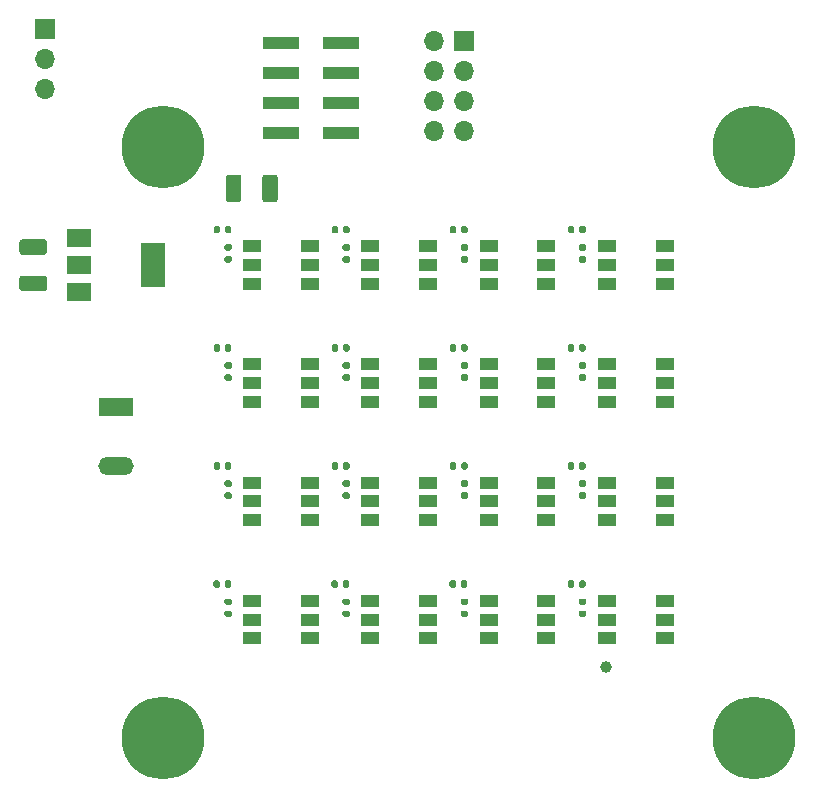
<source format=gbr>
%TF.GenerationSoftware,KiCad,Pcbnew,5.1.9+dfsg1-1~bpo10+1*%
%TF.CreationDate,2021-09-24T09:13:29+00:00*%
%TF.ProjectId,blinkenlights,626c696e-6b65-46e6-9c69-676874732e6b,rev?*%
%TF.SameCoordinates,Original*%
%TF.FileFunction,Soldermask,Top*%
%TF.FilePolarity,Negative*%
%FSLAX46Y46*%
G04 Gerber Fmt 4.6, Leading zero omitted, Abs format (unit mm)*
G04 Created by KiCad (PCBNEW 5.1.9+dfsg1-1~bpo10+1) date 2021-09-24 09:13:29*
%MOMM*%
%LPD*%
G01*
G04 APERTURE LIST*
%ADD10R,1.500000X1.000000*%
%ADD11R,1.700000X1.700000*%
%ADD12O,1.700000X1.700000*%
%ADD13R,3.150000X1.000000*%
%ADD14R,3.000000X1.500000*%
%ADD15O,3.000000X1.500000*%
%ADD16C,1.000000*%
%ADD17R,2.000000X3.800000*%
%ADD18R,2.000000X1.500000*%
%ADD19C,7.000000*%
G04 APERTURE END LIST*
%TO.C,C101*%
G36*
G01*
X104925001Y-74125000D02*
X103074999Y-74125000D01*
G75*
G02*
X102825000Y-73875001I0J249999D01*
G01*
X102825000Y-73049999D01*
G75*
G02*
X103074999Y-72800000I249999J0D01*
G01*
X104925001Y-72800000D01*
G75*
G02*
X105175000Y-73049999I0J-249999D01*
G01*
X105175000Y-73875001D01*
G75*
G02*
X104925001Y-74125000I-249999J0D01*
G01*
G37*
G36*
G01*
X104925001Y-77200000D02*
X103074999Y-77200000D01*
G75*
G02*
X102825000Y-76950001I0J249999D01*
G01*
X102825000Y-76124999D01*
G75*
G02*
X103074999Y-75875000I249999J0D01*
G01*
X104925001Y-75875000D01*
G75*
G02*
X105175000Y-76124999I0J-249999D01*
G01*
X105175000Y-76950001D01*
G75*
G02*
X104925001Y-77200000I-249999J0D01*
G01*
G37*
%TD*%
%TO.C,C102*%
G36*
G01*
X120300000Y-69425001D02*
X120300000Y-67574999D01*
G75*
G02*
X120549999Y-67325000I249999J0D01*
G01*
X121375001Y-67325000D01*
G75*
G02*
X121625000Y-67574999I0J-249999D01*
G01*
X121625000Y-69425001D01*
G75*
G02*
X121375001Y-69675000I-249999J0D01*
G01*
X120549999Y-69675000D01*
G75*
G02*
X120300000Y-69425001I0J249999D01*
G01*
G37*
G36*
G01*
X123375000Y-69425001D02*
X123375000Y-67574999D01*
G75*
G02*
X123624999Y-67325000I249999J0D01*
G01*
X124450001Y-67325000D01*
G75*
G02*
X124700000Y-67574999I0J-249999D01*
G01*
X124700000Y-69425001D01*
G75*
G02*
X124450001Y-69675000I-249999J0D01*
G01*
X123624999Y-69675000D01*
G75*
G02*
X123375000Y-69425001I0J249999D01*
G01*
G37*
%TD*%
%TO.C,C201*%
G36*
G01*
X119260000Y-72170000D02*
X119260000Y-71830000D01*
G75*
G02*
X119400000Y-71690000I140000J0D01*
G01*
X119680000Y-71690000D01*
G75*
G02*
X119820000Y-71830000I0J-140000D01*
G01*
X119820000Y-72170000D01*
G75*
G02*
X119680000Y-72310000I-140000J0D01*
G01*
X119400000Y-72310000D01*
G75*
G02*
X119260000Y-72170000I0J140000D01*
G01*
G37*
G36*
G01*
X120220000Y-72170000D02*
X120220000Y-71830000D01*
G75*
G02*
X120360000Y-71690000I140000J0D01*
G01*
X120640000Y-71690000D01*
G75*
G02*
X120780000Y-71830000I0J-140000D01*
G01*
X120780000Y-72170000D01*
G75*
G02*
X120640000Y-72310000I-140000J0D01*
G01*
X120360000Y-72310000D01*
G75*
G02*
X120220000Y-72170000I0J140000D01*
G01*
G37*
%TD*%
%TO.C,C202*%
G36*
G01*
X129260000Y-72170000D02*
X129260000Y-71830000D01*
G75*
G02*
X129400000Y-71690000I140000J0D01*
G01*
X129680000Y-71690000D01*
G75*
G02*
X129820000Y-71830000I0J-140000D01*
G01*
X129820000Y-72170000D01*
G75*
G02*
X129680000Y-72310000I-140000J0D01*
G01*
X129400000Y-72310000D01*
G75*
G02*
X129260000Y-72170000I0J140000D01*
G01*
G37*
G36*
G01*
X130220000Y-72170000D02*
X130220000Y-71830000D01*
G75*
G02*
X130360000Y-71690000I140000J0D01*
G01*
X130640000Y-71690000D01*
G75*
G02*
X130780000Y-71830000I0J-140000D01*
G01*
X130780000Y-72170000D01*
G75*
G02*
X130640000Y-72310000I-140000J0D01*
G01*
X130360000Y-72310000D01*
G75*
G02*
X130220000Y-72170000I0J140000D01*
G01*
G37*
%TD*%
%TO.C,C203*%
G36*
G01*
X140220000Y-72170000D02*
X140220000Y-71830000D01*
G75*
G02*
X140360000Y-71690000I140000J0D01*
G01*
X140640000Y-71690000D01*
G75*
G02*
X140780000Y-71830000I0J-140000D01*
G01*
X140780000Y-72170000D01*
G75*
G02*
X140640000Y-72310000I-140000J0D01*
G01*
X140360000Y-72310000D01*
G75*
G02*
X140220000Y-72170000I0J140000D01*
G01*
G37*
G36*
G01*
X139260000Y-72170000D02*
X139260000Y-71830000D01*
G75*
G02*
X139400000Y-71690000I140000J0D01*
G01*
X139680000Y-71690000D01*
G75*
G02*
X139820000Y-71830000I0J-140000D01*
G01*
X139820000Y-72170000D01*
G75*
G02*
X139680000Y-72310000I-140000J0D01*
G01*
X139400000Y-72310000D01*
G75*
G02*
X139260000Y-72170000I0J140000D01*
G01*
G37*
%TD*%
%TO.C,C204*%
G36*
G01*
X150220000Y-72170000D02*
X150220000Y-71830000D01*
G75*
G02*
X150360000Y-71690000I140000J0D01*
G01*
X150640000Y-71690000D01*
G75*
G02*
X150780000Y-71830000I0J-140000D01*
G01*
X150780000Y-72170000D01*
G75*
G02*
X150640000Y-72310000I-140000J0D01*
G01*
X150360000Y-72310000D01*
G75*
G02*
X150220000Y-72170000I0J140000D01*
G01*
G37*
G36*
G01*
X149260000Y-72170000D02*
X149260000Y-71830000D01*
G75*
G02*
X149400000Y-71690000I140000J0D01*
G01*
X149680000Y-71690000D01*
G75*
G02*
X149820000Y-71830000I0J-140000D01*
G01*
X149820000Y-72170000D01*
G75*
G02*
X149680000Y-72310000I-140000J0D01*
G01*
X149400000Y-72310000D01*
G75*
G02*
X149260000Y-72170000I0J140000D01*
G01*
G37*
%TD*%
%TO.C,C205*%
G36*
G01*
X120220000Y-82170000D02*
X120220000Y-81830000D01*
G75*
G02*
X120360000Y-81690000I140000J0D01*
G01*
X120640000Y-81690000D01*
G75*
G02*
X120780000Y-81830000I0J-140000D01*
G01*
X120780000Y-82170000D01*
G75*
G02*
X120640000Y-82310000I-140000J0D01*
G01*
X120360000Y-82310000D01*
G75*
G02*
X120220000Y-82170000I0J140000D01*
G01*
G37*
G36*
G01*
X119260000Y-82170000D02*
X119260000Y-81830000D01*
G75*
G02*
X119400000Y-81690000I140000J0D01*
G01*
X119680000Y-81690000D01*
G75*
G02*
X119820000Y-81830000I0J-140000D01*
G01*
X119820000Y-82170000D01*
G75*
G02*
X119680000Y-82310000I-140000J0D01*
G01*
X119400000Y-82310000D01*
G75*
G02*
X119260000Y-82170000I0J140000D01*
G01*
G37*
%TD*%
%TO.C,C206*%
G36*
G01*
X130220000Y-82170000D02*
X130220000Y-81830000D01*
G75*
G02*
X130360000Y-81690000I140000J0D01*
G01*
X130640000Y-81690000D01*
G75*
G02*
X130780000Y-81830000I0J-140000D01*
G01*
X130780000Y-82170000D01*
G75*
G02*
X130640000Y-82310000I-140000J0D01*
G01*
X130360000Y-82310000D01*
G75*
G02*
X130220000Y-82170000I0J140000D01*
G01*
G37*
G36*
G01*
X129260000Y-82170000D02*
X129260000Y-81830000D01*
G75*
G02*
X129400000Y-81690000I140000J0D01*
G01*
X129680000Y-81690000D01*
G75*
G02*
X129820000Y-81830000I0J-140000D01*
G01*
X129820000Y-82170000D01*
G75*
G02*
X129680000Y-82310000I-140000J0D01*
G01*
X129400000Y-82310000D01*
G75*
G02*
X129260000Y-82170000I0J140000D01*
G01*
G37*
%TD*%
%TO.C,C207*%
G36*
G01*
X140220000Y-82170000D02*
X140220000Y-81830000D01*
G75*
G02*
X140360000Y-81690000I140000J0D01*
G01*
X140640000Y-81690000D01*
G75*
G02*
X140780000Y-81830000I0J-140000D01*
G01*
X140780000Y-82170000D01*
G75*
G02*
X140640000Y-82310000I-140000J0D01*
G01*
X140360000Y-82310000D01*
G75*
G02*
X140220000Y-82170000I0J140000D01*
G01*
G37*
G36*
G01*
X139260000Y-82170000D02*
X139260000Y-81830000D01*
G75*
G02*
X139400000Y-81690000I140000J0D01*
G01*
X139680000Y-81690000D01*
G75*
G02*
X139820000Y-81830000I0J-140000D01*
G01*
X139820000Y-82170000D01*
G75*
G02*
X139680000Y-82310000I-140000J0D01*
G01*
X139400000Y-82310000D01*
G75*
G02*
X139260000Y-82170000I0J140000D01*
G01*
G37*
%TD*%
%TO.C,C208*%
G36*
G01*
X149240000Y-82170000D02*
X149240000Y-81830000D01*
G75*
G02*
X149380000Y-81690000I140000J0D01*
G01*
X149660000Y-81690000D01*
G75*
G02*
X149800000Y-81830000I0J-140000D01*
G01*
X149800000Y-82170000D01*
G75*
G02*
X149660000Y-82310000I-140000J0D01*
G01*
X149380000Y-82310000D01*
G75*
G02*
X149240000Y-82170000I0J140000D01*
G01*
G37*
G36*
G01*
X150200000Y-82170000D02*
X150200000Y-81830000D01*
G75*
G02*
X150340000Y-81690000I140000J0D01*
G01*
X150620000Y-81690000D01*
G75*
G02*
X150760000Y-81830000I0J-140000D01*
G01*
X150760000Y-82170000D01*
G75*
G02*
X150620000Y-82310000I-140000J0D01*
G01*
X150340000Y-82310000D01*
G75*
G02*
X150200000Y-82170000I0J140000D01*
G01*
G37*
%TD*%
%TO.C,C209*%
G36*
G01*
X119260000Y-92170000D02*
X119260000Y-91830000D01*
G75*
G02*
X119400000Y-91690000I140000J0D01*
G01*
X119680000Y-91690000D01*
G75*
G02*
X119820000Y-91830000I0J-140000D01*
G01*
X119820000Y-92170000D01*
G75*
G02*
X119680000Y-92310000I-140000J0D01*
G01*
X119400000Y-92310000D01*
G75*
G02*
X119260000Y-92170000I0J140000D01*
G01*
G37*
G36*
G01*
X120220000Y-92170000D02*
X120220000Y-91830000D01*
G75*
G02*
X120360000Y-91690000I140000J0D01*
G01*
X120640000Y-91690000D01*
G75*
G02*
X120780000Y-91830000I0J-140000D01*
G01*
X120780000Y-92170000D01*
G75*
G02*
X120640000Y-92310000I-140000J0D01*
G01*
X120360000Y-92310000D01*
G75*
G02*
X120220000Y-92170000I0J140000D01*
G01*
G37*
%TD*%
%TO.C,C210*%
G36*
G01*
X129260000Y-92170000D02*
X129260000Y-91830000D01*
G75*
G02*
X129400000Y-91690000I140000J0D01*
G01*
X129680000Y-91690000D01*
G75*
G02*
X129820000Y-91830000I0J-140000D01*
G01*
X129820000Y-92170000D01*
G75*
G02*
X129680000Y-92310000I-140000J0D01*
G01*
X129400000Y-92310000D01*
G75*
G02*
X129260000Y-92170000I0J140000D01*
G01*
G37*
G36*
G01*
X130220000Y-92170000D02*
X130220000Y-91830000D01*
G75*
G02*
X130360000Y-91690000I140000J0D01*
G01*
X130640000Y-91690000D01*
G75*
G02*
X130780000Y-91830000I0J-140000D01*
G01*
X130780000Y-92170000D01*
G75*
G02*
X130640000Y-92310000I-140000J0D01*
G01*
X130360000Y-92310000D01*
G75*
G02*
X130220000Y-92170000I0J140000D01*
G01*
G37*
%TD*%
%TO.C,C211*%
G36*
G01*
X139260000Y-92170000D02*
X139260000Y-91830000D01*
G75*
G02*
X139400000Y-91690000I140000J0D01*
G01*
X139680000Y-91690000D01*
G75*
G02*
X139820000Y-91830000I0J-140000D01*
G01*
X139820000Y-92170000D01*
G75*
G02*
X139680000Y-92310000I-140000J0D01*
G01*
X139400000Y-92310000D01*
G75*
G02*
X139260000Y-92170000I0J140000D01*
G01*
G37*
G36*
G01*
X140220000Y-92170000D02*
X140220000Y-91830000D01*
G75*
G02*
X140360000Y-91690000I140000J0D01*
G01*
X140640000Y-91690000D01*
G75*
G02*
X140780000Y-91830000I0J-140000D01*
G01*
X140780000Y-92170000D01*
G75*
G02*
X140640000Y-92310000I-140000J0D01*
G01*
X140360000Y-92310000D01*
G75*
G02*
X140220000Y-92170000I0J140000D01*
G01*
G37*
%TD*%
%TO.C,C212*%
G36*
G01*
X149240000Y-92170000D02*
X149240000Y-91830000D01*
G75*
G02*
X149380000Y-91690000I140000J0D01*
G01*
X149660000Y-91690000D01*
G75*
G02*
X149800000Y-91830000I0J-140000D01*
G01*
X149800000Y-92170000D01*
G75*
G02*
X149660000Y-92310000I-140000J0D01*
G01*
X149380000Y-92310000D01*
G75*
G02*
X149240000Y-92170000I0J140000D01*
G01*
G37*
G36*
G01*
X150200000Y-92170000D02*
X150200000Y-91830000D01*
G75*
G02*
X150340000Y-91690000I140000J0D01*
G01*
X150620000Y-91690000D01*
G75*
G02*
X150760000Y-91830000I0J-140000D01*
G01*
X150760000Y-92170000D01*
G75*
G02*
X150620000Y-92310000I-140000J0D01*
G01*
X150340000Y-92310000D01*
G75*
G02*
X150200000Y-92170000I0J140000D01*
G01*
G37*
%TD*%
%TO.C,C213*%
G36*
G01*
X120200000Y-102170000D02*
X120200000Y-101830000D01*
G75*
G02*
X120340000Y-101690000I140000J0D01*
G01*
X120620000Y-101690000D01*
G75*
G02*
X120760000Y-101830000I0J-140000D01*
G01*
X120760000Y-102170000D01*
G75*
G02*
X120620000Y-102310000I-140000J0D01*
G01*
X120340000Y-102310000D01*
G75*
G02*
X120200000Y-102170000I0J140000D01*
G01*
G37*
G36*
G01*
X119240000Y-102170000D02*
X119240000Y-101830000D01*
G75*
G02*
X119380000Y-101690000I140000J0D01*
G01*
X119660000Y-101690000D01*
G75*
G02*
X119800000Y-101830000I0J-140000D01*
G01*
X119800000Y-102170000D01*
G75*
G02*
X119660000Y-102310000I-140000J0D01*
G01*
X119380000Y-102310000D01*
G75*
G02*
X119240000Y-102170000I0J140000D01*
G01*
G37*
%TD*%
%TO.C,C214*%
G36*
G01*
X130200000Y-102170000D02*
X130200000Y-101830000D01*
G75*
G02*
X130340000Y-101690000I140000J0D01*
G01*
X130620000Y-101690000D01*
G75*
G02*
X130760000Y-101830000I0J-140000D01*
G01*
X130760000Y-102170000D01*
G75*
G02*
X130620000Y-102310000I-140000J0D01*
G01*
X130340000Y-102310000D01*
G75*
G02*
X130200000Y-102170000I0J140000D01*
G01*
G37*
G36*
G01*
X129240000Y-102170000D02*
X129240000Y-101830000D01*
G75*
G02*
X129380000Y-101690000I140000J0D01*
G01*
X129660000Y-101690000D01*
G75*
G02*
X129800000Y-101830000I0J-140000D01*
G01*
X129800000Y-102170000D01*
G75*
G02*
X129660000Y-102310000I-140000J0D01*
G01*
X129380000Y-102310000D01*
G75*
G02*
X129240000Y-102170000I0J140000D01*
G01*
G37*
%TD*%
%TO.C,C215*%
G36*
G01*
X139240000Y-102170000D02*
X139240000Y-101830000D01*
G75*
G02*
X139380000Y-101690000I140000J0D01*
G01*
X139660000Y-101690000D01*
G75*
G02*
X139800000Y-101830000I0J-140000D01*
G01*
X139800000Y-102170000D01*
G75*
G02*
X139660000Y-102310000I-140000J0D01*
G01*
X139380000Y-102310000D01*
G75*
G02*
X139240000Y-102170000I0J140000D01*
G01*
G37*
G36*
G01*
X140200000Y-102170000D02*
X140200000Y-101830000D01*
G75*
G02*
X140340000Y-101690000I140000J0D01*
G01*
X140620000Y-101690000D01*
G75*
G02*
X140760000Y-101830000I0J-140000D01*
G01*
X140760000Y-102170000D01*
G75*
G02*
X140620000Y-102310000I-140000J0D01*
G01*
X140340000Y-102310000D01*
G75*
G02*
X140200000Y-102170000I0J140000D01*
G01*
G37*
%TD*%
%TO.C,C216*%
G36*
G01*
X150200000Y-102170000D02*
X150200000Y-101830000D01*
G75*
G02*
X150340000Y-101690000I140000J0D01*
G01*
X150620000Y-101690000D01*
G75*
G02*
X150760000Y-101830000I0J-140000D01*
G01*
X150760000Y-102170000D01*
G75*
G02*
X150620000Y-102310000I-140000J0D01*
G01*
X150340000Y-102310000D01*
G75*
G02*
X150200000Y-102170000I0J140000D01*
G01*
G37*
G36*
G01*
X149240000Y-102170000D02*
X149240000Y-101830000D01*
G75*
G02*
X149380000Y-101690000I140000J0D01*
G01*
X149660000Y-101690000D01*
G75*
G02*
X149800000Y-101830000I0J-140000D01*
G01*
X149800000Y-102170000D01*
G75*
G02*
X149660000Y-102310000I-140000J0D01*
G01*
X149380000Y-102310000D01*
G75*
G02*
X149240000Y-102170000I0J140000D01*
G01*
G37*
%TD*%
D10*
%TO.C,D201*%
X127450000Y-76600000D03*
X127450000Y-75000000D03*
X127450000Y-73400000D03*
X122550000Y-76600000D03*
X122550000Y-75000000D03*
X122550000Y-73400000D03*
%TD*%
%TO.C,D202*%
X132550000Y-73400000D03*
X132550000Y-75000000D03*
X132550000Y-76600000D03*
X137450000Y-73400000D03*
X137450000Y-75000000D03*
X137450000Y-76600000D03*
%TD*%
%TO.C,D203*%
X147450000Y-76600000D03*
X147450000Y-75000000D03*
X147450000Y-73400000D03*
X142550000Y-76600000D03*
X142550000Y-75000000D03*
X142550000Y-73400000D03*
%TD*%
%TO.C,D204*%
X157450000Y-76600000D03*
X157450000Y-75000000D03*
X157450000Y-73400000D03*
X152550000Y-76600000D03*
X152550000Y-75000000D03*
X152550000Y-73400000D03*
%TD*%
%TO.C,D205*%
X122550000Y-83400000D03*
X122550000Y-85000000D03*
X122550000Y-86600000D03*
X127450000Y-83400000D03*
X127450000Y-85000000D03*
X127450000Y-86600000D03*
%TD*%
%TO.C,D206*%
X132550000Y-83400000D03*
X132550000Y-85000000D03*
X132550000Y-86600000D03*
X137450000Y-83400000D03*
X137450000Y-85000000D03*
X137450000Y-86600000D03*
%TD*%
%TO.C,D207*%
X142550000Y-83400000D03*
X142550000Y-85000000D03*
X142550000Y-86600000D03*
X147450000Y-83400000D03*
X147450000Y-85000000D03*
X147450000Y-86600000D03*
%TD*%
%TO.C,D208*%
X157450000Y-86600000D03*
X157450000Y-85000000D03*
X157450000Y-83400000D03*
X152550000Y-86600000D03*
X152550000Y-85000000D03*
X152550000Y-83400000D03*
%TD*%
%TO.C,D209*%
X122550000Y-93400000D03*
X122550000Y-95000000D03*
X122550000Y-96600000D03*
X127450000Y-93400000D03*
X127450000Y-95000000D03*
X127450000Y-96600000D03*
%TD*%
%TO.C,D210*%
X132550000Y-93400000D03*
X132550000Y-95000000D03*
X132550000Y-96600000D03*
X137450000Y-93400000D03*
X137450000Y-95000000D03*
X137450000Y-96600000D03*
%TD*%
%TO.C,D211*%
X142550000Y-93400000D03*
X142550000Y-95000000D03*
X142550000Y-96600000D03*
X147450000Y-93400000D03*
X147450000Y-95000000D03*
X147450000Y-96600000D03*
%TD*%
%TO.C,D212*%
X157450000Y-96600000D03*
X157450000Y-95000000D03*
X157450000Y-93400000D03*
X152550000Y-96600000D03*
X152550000Y-95000000D03*
X152550000Y-93400000D03*
%TD*%
%TO.C,D213*%
X127450000Y-106600000D03*
X127450000Y-105000000D03*
X127450000Y-103400000D03*
X122550000Y-106600000D03*
X122550000Y-105000000D03*
X122550000Y-103400000D03*
%TD*%
%TO.C,D214*%
X132550000Y-103400000D03*
X132550000Y-105000000D03*
X132550000Y-106600000D03*
X137450000Y-103400000D03*
X137450000Y-105000000D03*
X137450000Y-106600000D03*
%TD*%
%TO.C,D215*%
X147450000Y-106600000D03*
X147450000Y-105000000D03*
X147450000Y-103400000D03*
X142550000Y-106600000D03*
X142550000Y-105000000D03*
X142550000Y-103400000D03*
%TD*%
%TO.C,D216*%
X157450000Y-106600000D03*
X157450000Y-105000000D03*
X157450000Y-103400000D03*
X152550000Y-106600000D03*
X152550000Y-105000000D03*
X152550000Y-103400000D03*
%TD*%
D11*
%TO.C,J101*%
X140500000Y-56000000D03*
D12*
X137960000Y-56000000D03*
X140500000Y-58540000D03*
X137960000Y-58540000D03*
X140500000Y-61080000D03*
X137960000Y-61080000D03*
X140500000Y-63620000D03*
X137960000Y-63620000D03*
%TD*%
D13*
%TO.C,J102*%
X124975000Y-56190000D03*
X130025000Y-56190000D03*
X124975000Y-58730000D03*
X130025000Y-58730000D03*
X124975000Y-61270000D03*
X130025000Y-61270000D03*
X124975000Y-63810000D03*
X130025000Y-63810000D03*
%TD*%
D11*
%TO.C,J103*%
X105000000Y-55000000D03*
D12*
X105000000Y-57540000D03*
X105000000Y-60080000D03*
%TD*%
D14*
%TO.C,J104*%
X111000000Y-87000000D03*
D15*
X111000000Y-92000000D03*
%TD*%
%TO.C,R201*%
G36*
G01*
X120685000Y-73760000D02*
X120315000Y-73760000D01*
G75*
G02*
X120180000Y-73625000I0J135000D01*
G01*
X120180000Y-73355000D01*
G75*
G02*
X120315000Y-73220000I135000J0D01*
G01*
X120685000Y-73220000D01*
G75*
G02*
X120820000Y-73355000I0J-135000D01*
G01*
X120820000Y-73625000D01*
G75*
G02*
X120685000Y-73760000I-135000J0D01*
G01*
G37*
G36*
G01*
X120685000Y-74780000D02*
X120315000Y-74780000D01*
G75*
G02*
X120180000Y-74645000I0J135000D01*
G01*
X120180000Y-74375000D01*
G75*
G02*
X120315000Y-74240000I135000J0D01*
G01*
X120685000Y-74240000D01*
G75*
G02*
X120820000Y-74375000I0J-135000D01*
G01*
X120820000Y-74645000D01*
G75*
G02*
X120685000Y-74780000I-135000J0D01*
G01*
G37*
%TD*%
%TO.C,R202*%
G36*
G01*
X130685000Y-73760000D02*
X130315000Y-73760000D01*
G75*
G02*
X130180000Y-73625000I0J135000D01*
G01*
X130180000Y-73355000D01*
G75*
G02*
X130315000Y-73220000I135000J0D01*
G01*
X130685000Y-73220000D01*
G75*
G02*
X130820000Y-73355000I0J-135000D01*
G01*
X130820000Y-73625000D01*
G75*
G02*
X130685000Y-73760000I-135000J0D01*
G01*
G37*
G36*
G01*
X130685000Y-74780000D02*
X130315000Y-74780000D01*
G75*
G02*
X130180000Y-74645000I0J135000D01*
G01*
X130180000Y-74375000D01*
G75*
G02*
X130315000Y-74240000I135000J0D01*
G01*
X130685000Y-74240000D01*
G75*
G02*
X130820000Y-74375000I0J-135000D01*
G01*
X130820000Y-74645000D01*
G75*
G02*
X130685000Y-74780000I-135000J0D01*
G01*
G37*
%TD*%
%TO.C,R203*%
G36*
G01*
X140685000Y-73760000D02*
X140315000Y-73760000D01*
G75*
G02*
X140180000Y-73625000I0J135000D01*
G01*
X140180000Y-73355000D01*
G75*
G02*
X140315000Y-73220000I135000J0D01*
G01*
X140685000Y-73220000D01*
G75*
G02*
X140820000Y-73355000I0J-135000D01*
G01*
X140820000Y-73625000D01*
G75*
G02*
X140685000Y-73760000I-135000J0D01*
G01*
G37*
G36*
G01*
X140685000Y-74780000D02*
X140315000Y-74780000D01*
G75*
G02*
X140180000Y-74645000I0J135000D01*
G01*
X140180000Y-74375000D01*
G75*
G02*
X140315000Y-74240000I135000J0D01*
G01*
X140685000Y-74240000D01*
G75*
G02*
X140820000Y-74375000I0J-135000D01*
G01*
X140820000Y-74645000D01*
G75*
G02*
X140685000Y-74780000I-135000J0D01*
G01*
G37*
%TD*%
%TO.C,R204*%
G36*
G01*
X150685000Y-73760000D02*
X150315000Y-73760000D01*
G75*
G02*
X150180000Y-73625000I0J135000D01*
G01*
X150180000Y-73355000D01*
G75*
G02*
X150315000Y-73220000I135000J0D01*
G01*
X150685000Y-73220000D01*
G75*
G02*
X150820000Y-73355000I0J-135000D01*
G01*
X150820000Y-73625000D01*
G75*
G02*
X150685000Y-73760000I-135000J0D01*
G01*
G37*
G36*
G01*
X150685000Y-74780000D02*
X150315000Y-74780000D01*
G75*
G02*
X150180000Y-74645000I0J135000D01*
G01*
X150180000Y-74375000D01*
G75*
G02*
X150315000Y-74240000I135000J0D01*
G01*
X150685000Y-74240000D01*
G75*
G02*
X150820000Y-74375000I0J-135000D01*
G01*
X150820000Y-74645000D01*
G75*
G02*
X150685000Y-74780000I-135000J0D01*
G01*
G37*
%TD*%
%TO.C,R205*%
G36*
G01*
X120685000Y-83760000D02*
X120315000Y-83760000D01*
G75*
G02*
X120180000Y-83625000I0J135000D01*
G01*
X120180000Y-83355000D01*
G75*
G02*
X120315000Y-83220000I135000J0D01*
G01*
X120685000Y-83220000D01*
G75*
G02*
X120820000Y-83355000I0J-135000D01*
G01*
X120820000Y-83625000D01*
G75*
G02*
X120685000Y-83760000I-135000J0D01*
G01*
G37*
G36*
G01*
X120685000Y-84780000D02*
X120315000Y-84780000D01*
G75*
G02*
X120180000Y-84645000I0J135000D01*
G01*
X120180000Y-84375000D01*
G75*
G02*
X120315000Y-84240000I135000J0D01*
G01*
X120685000Y-84240000D01*
G75*
G02*
X120820000Y-84375000I0J-135000D01*
G01*
X120820000Y-84645000D01*
G75*
G02*
X120685000Y-84780000I-135000J0D01*
G01*
G37*
%TD*%
%TO.C,R206*%
G36*
G01*
X130685000Y-83760000D02*
X130315000Y-83760000D01*
G75*
G02*
X130180000Y-83625000I0J135000D01*
G01*
X130180000Y-83355000D01*
G75*
G02*
X130315000Y-83220000I135000J0D01*
G01*
X130685000Y-83220000D01*
G75*
G02*
X130820000Y-83355000I0J-135000D01*
G01*
X130820000Y-83625000D01*
G75*
G02*
X130685000Y-83760000I-135000J0D01*
G01*
G37*
G36*
G01*
X130685000Y-84780000D02*
X130315000Y-84780000D01*
G75*
G02*
X130180000Y-84645000I0J135000D01*
G01*
X130180000Y-84375000D01*
G75*
G02*
X130315000Y-84240000I135000J0D01*
G01*
X130685000Y-84240000D01*
G75*
G02*
X130820000Y-84375000I0J-135000D01*
G01*
X130820000Y-84645000D01*
G75*
G02*
X130685000Y-84780000I-135000J0D01*
G01*
G37*
%TD*%
%TO.C,R207*%
G36*
G01*
X140685000Y-83760000D02*
X140315000Y-83760000D01*
G75*
G02*
X140180000Y-83625000I0J135000D01*
G01*
X140180000Y-83355000D01*
G75*
G02*
X140315000Y-83220000I135000J0D01*
G01*
X140685000Y-83220000D01*
G75*
G02*
X140820000Y-83355000I0J-135000D01*
G01*
X140820000Y-83625000D01*
G75*
G02*
X140685000Y-83760000I-135000J0D01*
G01*
G37*
G36*
G01*
X140685000Y-84780000D02*
X140315000Y-84780000D01*
G75*
G02*
X140180000Y-84645000I0J135000D01*
G01*
X140180000Y-84375000D01*
G75*
G02*
X140315000Y-84240000I135000J0D01*
G01*
X140685000Y-84240000D01*
G75*
G02*
X140820000Y-84375000I0J-135000D01*
G01*
X140820000Y-84645000D01*
G75*
G02*
X140685000Y-84780000I-135000J0D01*
G01*
G37*
%TD*%
%TO.C,R208*%
G36*
G01*
X150685000Y-84770000D02*
X150315000Y-84770000D01*
G75*
G02*
X150180000Y-84635000I0J135000D01*
G01*
X150180000Y-84365000D01*
G75*
G02*
X150315000Y-84230000I135000J0D01*
G01*
X150685000Y-84230000D01*
G75*
G02*
X150820000Y-84365000I0J-135000D01*
G01*
X150820000Y-84635000D01*
G75*
G02*
X150685000Y-84770000I-135000J0D01*
G01*
G37*
G36*
G01*
X150685000Y-83750000D02*
X150315000Y-83750000D01*
G75*
G02*
X150180000Y-83615000I0J135000D01*
G01*
X150180000Y-83345000D01*
G75*
G02*
X150315000Y-83210000I135000J0D01*
G01*
X150685000Y-83210000D01*
G75*
G02*
X150820000Y-83345000I0J-135000D01*
G01*
X150820000Y-83615000D01*
G75*
G02*
X150685000Y-83750000I-135000J0D01*
G01*
G37*
%TD*%
%TO.C,R209*%
G36*
G01*
X120685000Y-94780000D02*
X120315000Y-94780000D01*
G75*
G02*
X120180000Y-94645000I0J135000D01*
G01*
X120180000Y-94375000D01*
G75*
G02*
X120315000Y-94240000I135000J0D01*
G01*
X120685000Y-94240000D01*
G75*
G02*
X120820000Y-94375000I0J-135000D01*
G01*
X120820000Y-94645000D01*
G75*
G02*
X120685000Y-94780000I-135000J0D01*
G01*
G37*
G36*
G01*
X120685000Y-93760000D02*
X120315000Y-93760000D01*
G75*
G02*
X120180000Y-93625000I0J135000D01*
G01*
X120180000Y-93355000D01*
G75*
G02*
X120315000Y-93220000I135000J0D01*
G01*
X120685000Y-93220000D01*
G75*
G02*
X120820000Y-93355000I0J-135000D01*
G01*
X120820000Y-93625000D01*
G75*
G02*
X120685000Y-93760000I-135000J0D01*
G01*
G37*
%TD*%
%TO.C,R210*%
G36*
G01*
X130685000Y-94780000D02*
X130315000Y-94780000D01*
G75*
G02*
X130180000Y-94645000I0J135000D01*
G01*
X130180000Y-94375000D01*
G75*
G02*
X130315000Y-94240000I135000J0D01*
G01*
X130685000Y-94240000D01*
G75*
G02*
X130820000Y-94375000I0J-135000D01*
G01*
X130820000Y-94645000D01*
G75*
G02*
X130685000Y-94780000I-135000J0D01*
G01*
G37*
G36*
G01*
X130685000Y-93760000D02*
X130315000Y-93760000D01*
G75*
G02*
X130180000Y-93625000I0J135000D01*
G01*
X130180000Y-93355000D01*
G75*
G02*
X130315000Y-93220000I135000J0D01*
G01*
X130685000Y-93220000D01*
G75*
G02*
X130820000Y-93355000I0J-135000D01*
G01*
X130820000Y-93625000D01*
G75*
G02*
X130685000Y-93760000I-135000J0D01*
G01*
G37*
%TD*%
%TO.C,R211*%
G36*
G01*
X140685000Y-94780000D02*
X140315000Y-94780000D01*
G75*
G02*
X140180000Y-94645000I0J135000D01*
G01*
X140180000Y-94375000D01*
G75*
G02*
X140315000Y-94240000I135000J0D01*
G01*
X140685000Y-94240000D01*
G75*
G02*
X140820000Y-94375000I0J-135000D01*
G01*
X140820000Y-94645000D01*
G75*
G02*
X140685000Y-94780000I-135000J0D01*
G01*
G37*
G36*
G01*
X140685000Y-93760000D02*
X140315000Y-93760000D01*
G75*
G02*
X140180000Y-93625000I0J135000D01*
G01*
X140180000Y-93355000D01*
G75*
G02*
X140315000Y-93220000I135000J0D01*
G01*
X140685000Y-93220000D01*
G75*
G02*
X140820000Y-93355000I0J-135000D01*
G01*
X140820000Y-93625000D01*
G75*
G02*
X140685000Y-93760000I-135000J0D01*
G01*
G37*
%TD*%
%TO.C,R212*%
G36*
G01*
X150685000Y-94780000D02*
X150315000Y-94780000D01*
G75*
G02*
X150180000Y-94645000I0J135000D01*
G01*
X150180000Y-94375000D01*
G75*
G02*
X150315000Y-94240000I135000J0D01*
G01*
X150685000Y-94240000D01*
G75*
G02*
X150820000Y-94375000I0J-135000D01*
G01*
X150820000Y-94645000D01*
G75*
G02*
X150685000Y-94780000I-135000J0D01*
G01*
G37*
G36*
G01*
X150685000Y-93760000D02*
X150315000Y-93760000D01*
G75*
G02*
X150180000Y-93625000I0J135000D01*
G01*
X150180000Y-93355000D01*
G75*
G02*
X150315000Y-93220000I135000J0D01*
G01*
X150685000Y-93220000D01*
G75*
G02*
X150820000Y-93355000I0J-135000D01*
G01*
X150820000Y-93625000D01*
G75*
G02*
X150685000Y-93760000I-135000J0D01*
G01*
G37*
%TD*%
%TO.C,R213*%
G36*
G01*
X120685000Y-104780000D02*
X120315000Y-104780000D01*
G75*
G02*
X120180000Y-104645000I0J135000D01*
G01*
X120180000Y-104375000D01*
G75*
G02*
X120315000Y-104240000I135000J0D01*
G01*
X120685000Y-104240000D01*
G75*
G02*
X120820000Y-104375000I0J-135000D01*
G01*
X120820000Y-104645000D01*
G75*
G02*
X120685000Y-104780000I-135000J0D01*
G01*
G37*
G36*
G01*
X120685000Y-103760000D02*
X120315000Y-103760000D01*
G75*
G02*
X120180000Y-103625000I0J135000D01*
G01*
X120180000Y-103355000D01*
G75*
G02*
X120315000Y-103220000I135000J0D01*
G01*
X120685000Y-103220000D01*
G75*
G02*
X120820000Y-103355000I0J-135000D01*
G01*
X120820000Y-103625000D01*
G75*
G02*
X120685000Y-103760000I-135000J0D01*
G01*
G37*
%TD*%
%TO.C,R214*%
G36*
G01*
X130685000Y-104790000D02*
X130315000Y-104790000D01*
G75*
G02*
X130180000Y-104655000I0J135000D01*
G01*
X130180000Y-104385000D01*
G75*
G02*
X130315000Y-104250000I135000J0D01*
G01*
X130685000Y-104250000D01*
G75*
G02*
X130820000Y-104385000I0J-135000D01*
G01*
X130820000Y-104655000D01*
G75*
G02*
X130685000Y-104790000I-135000J0D01*
G01*
G37*
G36*
G01*
X130685000Y-103770000D02*
X130315000Y-103770000D01*
G75*
G02*
X130180000Y-103635000I0J135000D01*
G01*
X130180000Y-103365000D01*
G75*
G02*
X130315000Y-103230000I135000J0D01*
G01*
X130685000Y-103230000D01*
G75*
G02*
X130820000Y-103365000I0J-135000D01*
G01*
X130820000Y-103635000D01*
G75*
G02*
X130685000Y-103770000I-135000J0D01*
G01*
G37*
%TD*%
%TO.C,R215*%
G36*
G01*
X140685000Y-104780000D02*
X140315000Y-104780000D01*
G75*
G02*
X140180000Y-104645000I0J135000D01*
G01*
X140180000Y-104375000D01*
G75*
G02*
X140315000Y-104240000I135000J0D01*
G01*
X140685000Y-104240000D01*
G75*
G02*
X140820000Y-104375000I0J-135000D01*
G01*
X140820000Y-104645000D01*
G75*
G02*
X140685000Y-104780000I-135000J0D01*
G01*
G37*
G36*
G01*
X140685000Y-103760000D02*
X140315000Y-103760000D01*
G75*
G02*
X140180000Y-103625000I0J135000D01*
G01*
X140180000Y-103355000D01*
G75*
G02*
X140315000Y-103220000I135000J0D01*
G01*
X140685000Y-103220000D01*
G75*
G02*
X140820000Y-103355000I0J-135000D01*
G01*
X140820000Y-103625000D01*
G75*
G02*
X140685000Y-103760000I-135000J0D01*
G01*
G37*
%TD*%
%TO.C,R216*%
G36*
G01*
X150685000Y-103760000D02*
X150315000Y-103760000D01*
G75*
G02*
X150180000Y-103625000I0J135000D01*
G01*
X150180000Y-103355000D01*
G75*
G02*
X150315000Y-103220000I135000J0D01*
G01*
X150685000Y-103220000D01*
G75*
G02*
X150820000Y-103355000I0J-135000D01*
G01*
X150820000Y-103625000D01*
G75*
G02*
X150685000Y-103760000I-135000J0D01*
G01*
G37*
G36*
G01*
X150685000Y-104780000D02*
X150315000Y-104780000D01*
G75*
G02*
X150180000Y-104645000I0J135000D01*
G01*
X150180000Y-104375000D01*
G75*
G02*
X150315000Y-104240000I135000J0D01*
G01*
X150685000Y-104240000D01*
G75*
G02*
X150820000Y-104375000I0J-135000D01*
G01*
X150820000Y-104645000D01*
G75*
G02*
X150685000Y-104780000I-135000J0D01*
G01*
G37*
%TD*%
D16*
%TO.C,TP201*%
X152500000Y-109000000D03*
%TD*%
D17*
%TO.C,U101*%
X114150000Y-75000000D03*
D18*
X107850000Y-75000000D03*
X107850000Y-77300000D03*
X107850000Y-72700000D03*
%TD*%
D19*
%TO.C,H101*%
X115000000Y-65000000D03*
%TD*%
%TO.C,H102*%
X165000000Y-65000000D03*
%TD*%
%TO.C,H103*%
X115000000Y-115000000D03*
%TD*%
%TO.C,H104*%
X165000000Y-115000000D03*
%TD*%
M02*

</source>
